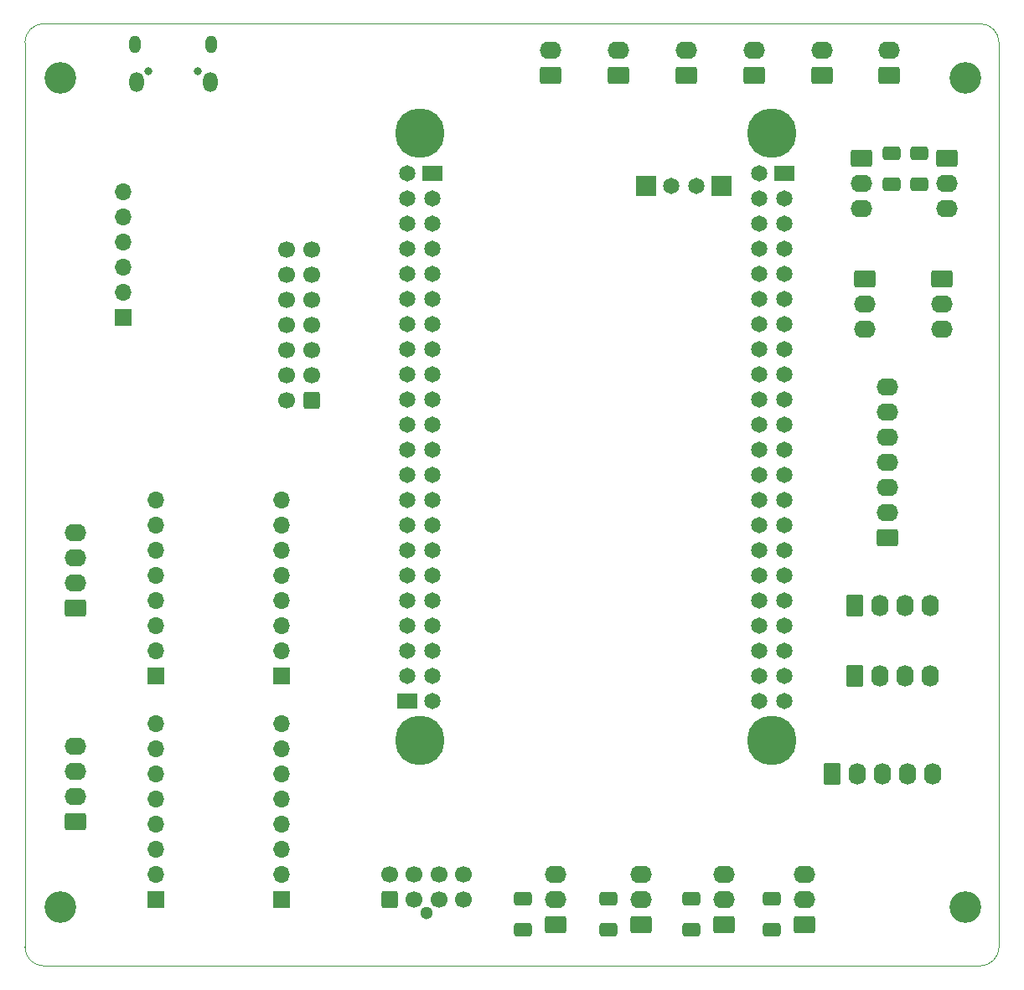
<source format=gbr>
%TF.GenerationSoftware,KiCad,Pcbnew,9.0.0*%
%TF.CreationDate,2025-05-01T09:51:47+02:00*%
%TF.ProjectId,Interco_weactH7,496e7465-7263-46f5-9f77-656163744837,rev?*%
%TF.SameCoordinates,Original*%
%TF.FileFunction,Soldermask,Bot*%
%TF.FilePolarity,Negative*%
%FSLAX46Y46*%
G04 Gerber Fmt 4.6, Leading zero omitted, Abs format (unit mm)*
G04 Created by KiCad (PCBNEW 9.0.0) date 2025-05-01 09:51:47*
%MOMM*%
%LPD*%
G01*
G04 APERTURE LIST*
G04 Aperture macros list*
%AMRoundRect*
0 Rectangle with rounded corners*
0 $1 Rounding radius*
0 $2 $3 $4 $5 $6 $7 $8 $9 X,Y pos of 4 corners*
0 Add a 4 corners polygon primitive as box body*
4,1,4,$2,$3,$4,$5,$6,$7,$8,$9,$2,$3,0*
0 Add four circle primitives for the rounded corners*
1,1,$1+$1,$2,$3*
1,1,$1+$1,$4,$5*
1,1,$1+$1,$6,$7*
1,1,$1+$1,$8,$9*
0 Add four rect primitives between the rounded corners*
20,1,$1+$1,$2,$3,$4,$5,0*
20,1,$1+$1,$4,$5,$6,$7,0*
20,1,$1+$1,$6,$7,$8,$9,0*
20,1,$1+$1,$8,$9,$2,$3,0*%
G04 Aperture macros list end*
%ADD10RoundRect,0.250000X0.845000X-0.620000X0.845000X0.620000X-0.845000X0.620000X-0.845000X-0.620000X0*%
%ADD11O,2.190000X1.740000*%
%ADD12RoundRect,0.250000X-0.620000X-0.845000X0.620000X-0.845000X0.620000X0.845000X-0.620000X0.845000X0*%
%ADD13O,1.740000X2.190000*%
%ADD14C,3.200000*%
%ADD15C,5.000000*%
%ADD16R,2.000000X2.000000*%
%ADD17C,1.650000*%
%ADD18R,2.000000X1.600000*%
%ADD19O,0.800000X0.800000*%
%ADD20O,1.150000X1.800000*%
%ADD21O,1.450000X2.000000*%
%ADD22R,1.700000X1.700000*%
%ADD23O,1.700000X1.700000*%
%ADD24RoundRect,0.250000X-0.845000X0.620000X-0.845000X-0.620000X0.845000X-0.620000X0.845000X0.620000X0*%
%ADD25C,1.300000*%
%ADD26RoundRect,0.250000X0.600000X-0.600000X0.600000X0.600000X-0.600000X0.600000X-0.600000X-0.600000X0*%
%ADD27C,1.700000*%
%ADD28RoundRect,0.250000X0.600000X0.600000X-0.600000X0.600000X-0.600000X-0.600000X0.600000X-0.600000X0*%
%ADD29RoundRect,0.250000X-0.650000X0.412500X-0.650000X-0.412500X0.650000X-0.412500X0.650000X0.412500X0*%
%ADD30RoundRect,0.250000X0.650000X-0.412500X0.650000X0.412500X-0.650000X0.412500X-0.650000X-0.412500X0*%
%TA.AperFunction,Profile*%
%ADD31C,0.100000*%
%TD*%
G04 APERTURE END LIST*
D10*
%TO.C,J112*%
X101112000Y-43942000D03*
D11*
X101112000Y-41402000D03*
%TD*%
D10*
%TO.C,J104*%
X87884000Y-129794000D03*
D11*
X87884000Y-127254000D03*
X87884000Y-124714000D03*
%TD*%
D12*
%TO.C,J109*%
X115824000Y-114554000D03*
D13*
X118364000Y-114554000D03*
X120904000Y-114554000D03*
X123444000Y-114554000D03*
X125984000Y-114554000D03*
%TD*%
D14*
%TO.C,H101*%
X129286000Y-128016000D03*
%TD*%
D15*
%TO.C,U201*%
X74168000Y-49828000D03*
X74168000Y-111208000D03*
X109728000Y-49828000D03*
X109728000Y-111208000D03*
D16*
X104648000Y-55118000D03*
D17*
X102108000Y-55118000D03*
X99568000Y-55118000D03*
D16*
X97028000Y-55118000D03*
D18*
X110998000Y-53848000D03*
D17*
X108458000Y-53848000D03*
X110998000Y-56388000D03*
X108458000Y-56388000D03*
X110998000Y-58928000D03*
X108458000Y-58928000D03*
X110998000Y-61468000D03*
X108458000Y-61468000D03*
X110998000Y-64008000D03*
X108458000Y-64008000D03*
X110998000Y-66548000D03*
X108458000Y-66548000D03*
X110998000Y-69088000D03*
X108458000Y-69088000D03*
X110998000Y-71628000D03*
X108458000Y-71628000D03*
X110998000Y-74168000D03*
X108458000Y-74168000D03*
X110998000Y-76708000D03*
X108458000Y-76708000D03*
X110998000Y-79248000D03*
X108458000Y-79248000D03*
X110998000Y-81788000D03*
X108458000Y-81788000D03*
X110998000Y-84328000D03*
X108458000Y-84328000D03*
X110998000Y-86868000D03*
X108458000Y-86868000D03*
X110998000Y-89408000D03*
X108458000Y-89408000D03*
X110998000Y-91948000D03*
X108458000Y-91948000D03*
X110998000Y-94488000D03*
X108458000Y-94488000D03*
X110998000Y-97028000D03*
X108458000Y-97028000D03*
X110998000Y-99568000D03*
X108458000Y-99568000D03*
X110998000Y-102108000D03*
X108458000Y-102108000D03*
X110998000Y-104648000D03*
X108458000Y-104648000D03*
X110998000Y-107188000D03*
X108458000Y-107188000D03*
D18*
X75438000Y-53848000D03*
D17*
X72898000Y-53848000D03*
X75438000Y-56388000D03*
X72898000Y-56388000D03*
X75438000Y-58928000D03*
X72898000Y-58928000D03*
X75438000Y-61468000D03*
X72898000Y-61468000D03*
X75438000Y-64008000D03*
X72898000Y-64008000D03*
X75438000Y-66548000D03*
X72898000Y-66548000D03*
X75438000Y-69088000D03*
X72898000Y-69088000D03*
X75438000Y-71628000D03*
X72898000Y-71628000D03*
X75438000Y-74168000D03*
X72898000Y-74168000D03*
X75438000Y-76708000D03*
X72898000Y-76708000D03*
X75438000Y-79248000D03*
X72898000Y-79248000D03*
X75438000Y-81788000D03*
X72898000Y-81788000D03*
X75438000Y-84328000D03*
X72898000Y-84328000D03*
X75438000Y-86868000D03*
X72898000Y-86868000D03*
X75438000Y-89408000D03*
X72898000Y-89408000D03*
X75438000Y-91948000D03*
X72898000Y-91948000D03*
X75438000Y-94488000D03*
X72898000Y-94488000D03*
X75438000Y-97028000D03*
X72898000Y-97028000D03*
X75438000Y-99568000D03*
X72898000Y-99568000D03*
X75438000Y-102108000D03*
X72898000Y-102108000D03*
X75438000Y-104648000D03*
X72898000Y-104648000D03*
X75438000Y-107188000D03*
D18*
X72898000Y-107188000D03*
%TD*%
D14*
%TO.C,H104*%
X37846000Y-128016000D03*
%TD*%
D10*
%TO.C,J115*%
X114808000Y-43942000D03*
D11*
X114808000Y-41402000D03*
%TD*%
D19*
%TO.C,J301*%
X51776000Y-43566161D03*
X46776000Y-43566161D03*
D20*
X53151000Y-40816161D03*
D21*
X53001000Y-44616161D03*
X45551000Y-44616161D03*
D20*
X45401000Y-40816161D03*
%TD*%
D22*
%TO.C,U401*%
X60198000Y-104633000D03*
D23*
X60198000Y-102093000D03*
X60198000Y-99553000D03*
X60198000Y-97013000D03*
X60198000Y-94473000D03*
X60198000Y-91933000D03*
X60198000Y-89393000D03*
X60198000Y-86853000D03*
X47498000Y-86853000D03*
X47498000Y-89393000D03*
X47498000Y-91933000D03*
X47498000Y-94473000D03*
X47498000Y-97013000D03*
X47498000Y-99553000D03*
X47498000Y-102093000D03*
D22*
X47498000Y-104633000D03*
%TD*%
D12*
%TO.C,J107*%
X118110000Y-104648000D03*
D13*
X120650000Y-104648000D03*
X123190000Y-104648000D03*
X125730000Y-104648000D03*
%TD*%
D14*
%TO.C,H103*%
X37846000Y-44196000D03*
%TD*%
D22*
%TO.C,J302*%
X44196000Y-68427161D03*
D23*
X44196000Y-65887161D03*
X44196000Y-63347161D03*
X44196000Y-60807161D03*
X44196000Y-58267161D03*
X44196000Y-55727161D03*
%TD*%
D10*
%TO.C,J101*%
X113030000Y-129794000D03*
D11*
X113030000Y-127254000D03*
X113030000Y-124714000D03*
%TD*%
D24*
%TO.C,J111*%
X119126000Y-64516000D03*
D11*
X119126000Y-67056000D03*
X119126000Y-69596000D03*
%TD*%
D14*
%TO.C,H102*%
X129286000Y-44196000D03*
%TD*%
D25*
%TO.C,J105*%
X74870000Y-128594000D03*
D26*
X71120000Y-127254000D03*
D27*
X73620000Y-127254000D03*
X76120000Y-127254000D03*
X78620000Y-127254000D03*
X71120000Y-124754000D03*
X73620000Y-124754000D03*
X76120000Y-124754000D03*
X78620000Y-124754000D03*
%TD*%
D10*
%TO.C,J120*%
X121646000Y-43942000D03*
D11*
X121646000Y-41402000D03*
%TD*%
D28*
%TO.C,J117*%
X63246000Y-76809161D03*
D27*
X60706000Y-76809161D03*
X63246000Y-74269161D03*
X60706000Y-74269161D03*
X63246000Y-71729161D03*
X60706000Y-71729161D03*
X63246000Y-69189161D03*
X60706000Y-69189161D03*
X63246000Y-66649161D03*
X60706000Y-66649161D03*
X63246000Y-64109161D03*
X60706000Y-64109161D03*
X63246000Y-61569161D03*
X60706000Y-61569161D03*
%TD*%
D10*
%TO.C,J116*%
X87376000Y-43942000D03*
D11*
X87376000Y-41402000D03*
%TD*%
D24*
%TO.C,J110*%
X126976000Y-64516000D03*
D11*
X126976000Y-67056000D03*
X126976000Y-69596000D03*
%TD*%
D24*
%TO.C,J118*%
X118831365Y-52356297D03*
D11*
X118831365Y-54896297D03*
X118831365Y-57436297D03*
%TD*%
D12*
%TO.C,J108*%
X118110000Y-97536000D03*
D13*
X120650000Y-97536000D03*
X123190000Y-97536000D03*
X125730000Y-97536000D03*
%TD*%
D10*
%TO.C,J401*%
X39370000Y-97790000D03*
D11*
X39370000Y-95250000D03*
X39370000Y-92710000D03*
X39370000Y-90170000D03*
%TD*%
D10*
%TO.C,J103*%
X96520000Y-129794000D03*
D11*
X96520000Y-127254000D03*
X96520000Y-124714000D03*
%TD*%
D10*
%TO.C,J106*%
X121412000Y-90678000D03*
D11*
X121412000Y-88138000D03*
X121412000Y-85598000D03*
X121412000Y-83058000D03*
X121412000Y-80518000D03*
X121412000Y-77978000D03*
X121412000Y-75438000D03*
%TD*%
D24*
%TO.C,J119*%
X127467365Y-52356297D03*
D11*
X127467365Y-54896297D03*
X127467365Y-57436297D03*
%TD*%
D10*
%TO.C,J102*%
X104902000Y-129794000D03*
D11*
X104902000Y-127254000D03*
X104902000Y-124714000D03*
%TD*%
D10*
%TO.C,J121*%
X107950000Y-43942000D03*
D11*
X107950000Y-41402000D03*
%TD*%
D10*
%TO.C,J114*%
X94254000Y-43942000D03*
D11*
X94254000Y-41402000D03*
%TD*%
D10*
%TO.C,J402*%
X39370000Y-119380000D03*
D11*
X39370000Y-116840000D03*
X39370000Y-114300000D03*
X39370000Y-111760000D03*
%TD*%
D22*
%TO.C,U402*%
X60198000Y-127254000D03*
D23*
X60198000Y-124714000D03*
X60198000Y-122174000D03*
X60198000Y-119634000D03*
X60198000Y-117094000D03*
X60198000Y-114554000D03*
X60198000Y-112014000D03*
X60198000Y-109474000D03*
X47498000Y-109474000D03*
X47498000Y-112014000D03*
X47498000Y-114554000D03*
X47498000Y-117094000D03*
X47498000Y-119634000D03*
X47498000Y-122174000D03*
X47498000Y-124714000D03*
D22*
X47498000Y-127254000D03*
%TD*%
D29*
%TO.C,C103*%
X93218000Y-127215500D03*
X93218000Y-130340500D03*
%TD*%
%TO.C,C106*%
X101600000Y-127215500D03*
X101600000Y-130340500D03*
%TD*%
%TO.C,C105*%
X84582000Y-127215500D03*
X84582000Y-130340500D03*
%TD*%
D30*
%TO.C,C110*%
X124673365Y-54934797D03*
X124673365Y-51809797D03*
%TD*%
%TO.C,C109*%
X121879365Y-54934797D03*
X121879365Y-51809797D03*
%TD*%
D29*
%TO.C,C104*%
X109728000Y-127215500D03*
X109728000Y-130340500D03*
%TD*%
D31*
X36195000Y-133985000D02*
G75*
G02*
X34290000Y-132080000I0J1905000D01*
G01*
X34290000Y-40640000D02*
G75*
G02*
X36195000Y-38735000I1905000J0D01*
G01*
X130810000Y-133985000D02*
X36195000Y-133985000D01*
X132715000Y-40640000D02*
X132715000Y-132080000D01*
X132715000Y-132080000D02*
G75*
G02*
X130810000Y-133985000I-1905000J0D01*
G01*
X34290000Y-132080000D02*
X34290000Y-40640000D01*
X36195000Y-38735000D02*
X130810000Y-38735000D01*
X130810000Y-38735000D02*
G75*
G02*
X132715000Y-40640000I0J-1905000D01*
G01*
M02*

</source>
